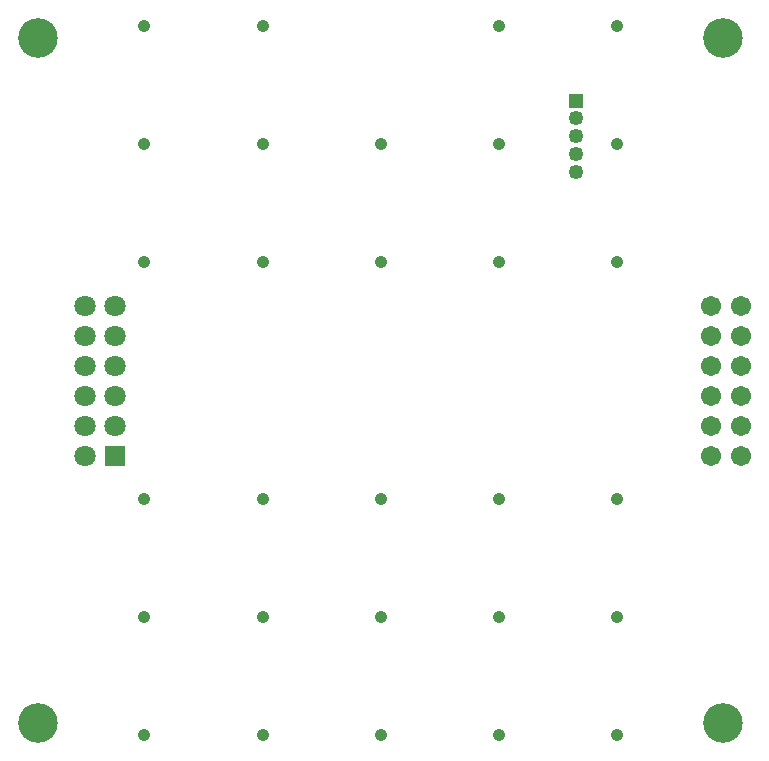
<source format=gbr>
G04 DesignSpark PCB PRO Gerber Version 10.0 Build 5299*
G04 #@! TF.Part,Single*
G04 #@! TF.FileFunction,Soldermask,Bot*
G04 #@! TF.FilePolarity,Negative*
%FSLAX35Y35*%
%MOIN*%
G04 #@! TA.AperFunction,ComponentPad*
%ADD104R,0.04931X0.04931*%
%ADD13R,0.07096X0.07096*%
G04 #@! TA.AperFunction,ViaPad*
%ADD10C,0.04143*%
G04 #@! TA.AperFunction,ComponentPad*
%ADD105C,0.04931*%
%ADD12C,0.06702*%
%ADD14C,0.07096*%
G04 #@! TA.AperFunction,WasherPad*
%ADD11C,0.13198*%
G04 #@! TD.AperFunction*
X0Y0D02*
D02*
D10*
X63386Y20079D03*
Y59449D03*
Y98819D03*
Y177559D03*
Y216929D03*
Y256299D03*
X102756Y20079D03*
Y59449D03*
Y98819D03*
Y177559D03*
Y216929D03*
Y256299D03*
X142126Y20079D03*
Y59449D03*
Y98819D03*
Y177559D03*
Y216929D03*
X181496Y20079D03*
Y59449D03*
Y98819D03*
Y177559D03*
Y216929D03*
Y256299D03*
X220866Y20079D03*
Y59449D03*
Y98819D03*
Y177559D03*
Y216929D03*
Y256299D03*
D02*
D11*
X27953Y24016D03*
Y252362D03*
X256299Y24016D03*
Y252362D03*
D02*
D12*
X252205Y113189D03*
Y123189D03*
Y133189D03*
Y143189D03*
Y153189D03*
Y163189D03*
X262205Y113189D03*
Y123189D03*
Y133189D03*
Y143189D03*
Y153189D03*
Y163189D03*
D02*
D13*
X53543Y113189D03*
D02*
D14*
X43543D03*
Y123189D03*
Y133189D03*
Y143189D03*
Y153189D03*
Y163189D03*
X53543Y123189D03*
Y133189D03*
Y143189D03*
Y153189D03*
Y163189D03*
D02*
D104*
X207087Y231496D03*
D02*
D105*
Y207874D03*
Y213780D03*
Y219685D03*
Y225591D03*
X0Y0D02*
M02*

</source>
